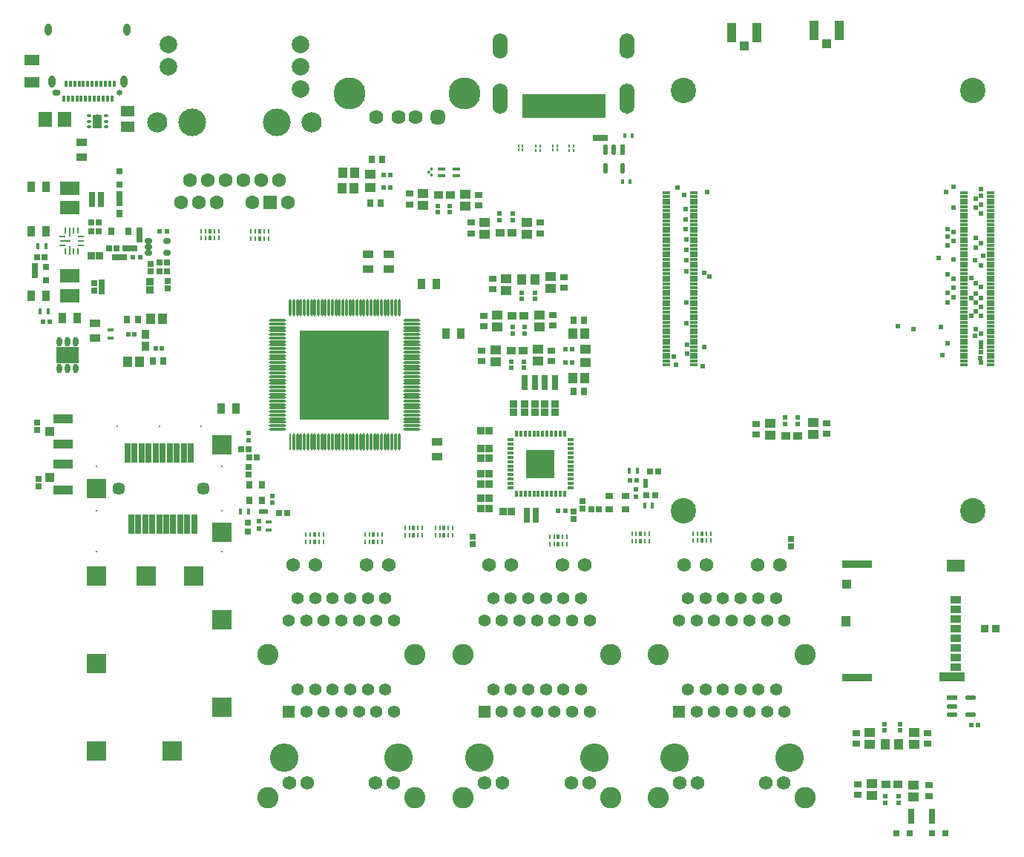
<source format=gts>
G04*
G04 #@! TF.GenerationSoftware,Altium Limited,Altium Designer,24.9.1 (31)*
G04*
G04 Layer_Color=8388736*
%FSLAX44Y44*%
%MOMM*%
G71*
G04*
G04 #@! TF.SameCoordinates,5CB356DA-BA5B-4781-A63E-117D8A58D640*
G04*
G04*
G04 #@! TF.FilePolarity,Negative*
G04*
G01*
G75*
%ADD28R,1.1061X0.9582*%
%ADD30R,0.9000X0.7500*%
G04:AMPARAMS|DCode=31|XSize=0.565mm|YSize=0.2mm|CornerRadius=0.05mm|HoleSize=0mm|Usage=FLASHONLY|Rotation=90.000|XOffset=0mm|YOffset=0mm|HoleType=Round|Shape=RoundedRectangle|*
%AMROUNDEDRECTD31*
21,1,0.5650,0.1000,0,0,90.0*
21,1,0.4650,0.2000,0,0,90.0*
1,1,0.1000,0.0500,0.2325*
1,1,0.1000,0.0500,-0.2325*
1,1,0.1000,-0.0500,-0.2325*
1,1,0.1000,-0.0500,0.2325*
%
%ADD31ROUNDEDRECTD31*%
%ADD32R,2.3062X1.5549*%
G04:AMPARAMS|DCode=33|XSize=0.2725mm|YSize=1.9552mm|CornerRadius=0.1362mm|HoleSize=0mm|Usage=FLASHONLY|Rotation=90.000|XOffset=0mm|YOffset=0mm|HoleType=Round|Shape=RoundedRectangle|*
%AMROUNDEDRECTD33*
21,1,0.2725,1.6828,0,0,90.0*
21,1,0.0000,1.9552,0,0,90.0*
1,1,0.2725,0.8414,0.0000*
1,1,0.2725,0.8414,0.0000*
1,1,0.2725,-0.8414,0.0000*
1,1,0.2725,-0.8414,0.0000*
%
%ADD33ROUNDEDRECTD33*%
G04:AMPARAMS|DCode=34|XSize=1.9552mm|YSize=0.2725mm|CornerRadius=0.1362mm|HoleSize=0mm|Usage=FLASHONLY|Rotation=90.000|XOffset=0mm|YOffset=0mm|HoleType=Round|Shape=RoundedRectangle|*
%AMROUNDEDRECTD34*
21,1,1.9552,0.0000,0,0,90.0*
21,1,1.6828,0.2725,0,0,90.0*
1,1,0.2725,0.0000,0.8414*
1,1,0.2725,0.0000,-0.8414*
1,1,0.2725,0.0000,-0.8414*
1,1,0.2725,0.0000,0.8414*
%
%ADD34ROUNDEDRECTD34*%
%ADD35R,0.2725X1.9552*%
%ADD38R,0.7500X0.9000*%
%ADD40R,0.9000X0.4000*%
%ADD42R,0.5811X0.5121*%
%ADD43R,0.4000X0.5000*%
%ADD44R,0.5200X0.5200*%
%ADD46R,0.5121X0.5811*%
%ADD48R,0.7000X0.2000*%
%ADD53R,0.5200X0.5200*%
G04:AMPARAMS|DCode=54|XSize=0.45mm|YSize=0.3mm|CornerRadius=0.0495mm|HoleSize=0mm|Usage=FLASHONLY|Rotation=180.000|XOffset=0mm|YOffset=0mm|HoleType=Round|Shape=RoundedRectangle|*
%AMROUNDEDRECTD54*
21,1,0.4500,0.2010,0,0,180.0*
21,1,0.3510,0.3000,0,0,180.0*
1,1,0.0990,-0.1755,0.1005*
1,1,0.0990,0.1755,0.1005*
1,1,0.0990,0.1755,-0.1005*
1,1,0.0990,-0.1755,-0.1005*
%
%ADD54ROUNDEDRECTD54*%
%ADD55R,0.9582X1.1061*%
G04:AMPARAMS|DCode=56|XSize=0.25mm|YSize=0.675mm|CornerRadius=0.05mm|HoleSize=0mm|Usage=FLASHONLY|Rotation=180.000|XOffset=0mm|YOffset=0mm|HoleType=Round|Shape=RoundedRectangle|*
%AMROUNDEDRECTD56*
21,1,0.2500,0.5750,0,0,180.0*
21,1,0.1500,0.6750,0,0,180.0*
1,1,0.1000,-0.0750,0.2875*
1,1,0.1000,0.0750,0.2875*
1,1,0.1000,0.0750,-0.2875*
1,1,0.1000,-0.0750,-0.2875*
%
%ADD56ROUNDEDRECTD56*%
G04:AMPARAMS|DCode=57|XSize=1.225mm|YSize=0.25mm|CornerRadius=0.05mm|HoleSize=0mm|Usage=FLASHONLY|Rotation=180.000|XOffset=0mm|YOffset=0mm|HoleType=Round|Shape=RoundedRectangle|*
%AMROUNDEDRECTD57*
21,1,1.2250,0.1500,0,0,180.0*
21,1,1.1250,0.2500,0,0,180.0*
1,1,0.1000,-0.5625,0.0750*
1,1,0.1000,0.5625,0.0750*
1,1,0.1000,0.5625,-0.0750*
1,1,0.1000,-0.5625,-0.0750*
%
%ADD57ROUNDEDRECTD57*%
G04:AMPARAMS|DCode=58|XSize=0.25mm|YSize=0.975mm|CornerRadius=0.05mm|HoleSize=0mm|Usage=FLASHONLY|Rotation=180.000|XOffset=0mm|YOffset=0mm|HoleType=Round|Shape=RoundedRectangle|*
%AMROUNDEDRECTD58*
21,1,0.2500,0.8750,0,0,180.0*
21,1,0.1500,0.9750,0,0,180.0*
1,1,0.1000,-0.0750,0.4375*
1,1,0.1000,0.0750,0.4375*
1,1,0.1000,0.0750,-0.4375*
1,1,0.1000,-0.0750,-0.4375*
%
%ADD58ROUNDEDRECTD58*%
G04:AMPARAMS|DCode=59|XSize=0.625mm|YSize=0.25mm|CornerRadius=0.05mm|HoleSize=0mm|Usage=FLASHONLY|Rotation=180.000|XOffset=0mm|YOffset=0mm|HoleType=Round|Shape=RoundedRectangle|*
%AMROUNDEDRECTD59*
21,1,0.6250,0.1500,0,0,180.0*
21,1,0.5250,0.2500,0,0,180.0*
1,1,0.1000,-0.2625,0.0750*
1,1,0.1000,0.2625,0.0750*
1,1,0.1000,0.2625,-0.0750*
1,1,0.1000,-0.2625,-0.0750*
%
%ADD59ROUNDEDRECTD59*%
%ADD61R,0.4500X0.6750*%
%ADD62R,1.6039X1.8062*%
%ADD65R,0.8000X0.8000*%
%ADD68R,0.6750X0.4500*%
%ADD69R,0.8000X0.9000*%
%ADD70R,1.7062X1.2034*%
%ADD76R,0.2300X0.3000*%
G04:AMPARAMS|DCode=77|XSize=1.2196mm|YSize=0.5885mm|CornerRadius=0.2942mm|HoleSize=0mm|Usage=FLASHONLY|Rotation=270.000|XOffset=0mm|YOffset=0mm|HoleType=Round|Shape=RoundedRectangle|*
%AMROUNDEDRECTD77*
21,1,1.2196,0.0000,0,0,270.0*
21,1,0.6311,0.5885,0,0,270.0*
1,1,0.5885,0.0000,-0.3156*
1,1,0.5885,0.0000,0.3156*
1,1,0.5885,0.0000,0.3156*
1,1,0.5885,0.0000,-0.3156*
%
%ADD77ROUNDEDRECTD77*%
%ADD78R,0.5885X1.2196*%
%ADD80R,0.6725X0.7154*%
%ADD81R,0.9000X0.8000*%
%ADD83R,0.7154X0.6725*%
%ADD84R,0.8000X0.8000*%
G04:AMPARAMS|DCode=91|XSize=1.2196mm|YSize=0.5885mm|CornerRadius=0.2942mm|HoleSize=0mm|Usage=FLASHONLY|Rotation=0.000|XOffset=0mm|YOffset=0mm|HoleType=Round|Shape=RoundedRectangle|*
%AMROUNDEDRECTD91*
21,1,1.2196,0.0000,0,0,0.0*
21,1,0.6311,0.5885,0,0,0.0*
1,1,0.5885,0.3156,0.0000*
1,1,0.5885,-0.3156,0.0000*
1,1,0.5885,-0.3156,0.0000*
1,1,0.5885,0.3156,0.0000*
%
%ADD91ROUNDEDRECTD91*%
%ADD92R,1.2196X0.5885*%
%ADD93R,0.5153X0.4725*%
%ADD94R,0.9051X0.9062*%
%ADD95R,0.3000X0.7000*%
%ADD97R,1.0000X1.0500*%
%ADD98R,1.0500X2.2000*%
%ADD99R,1.2032X1.0032*%
G04:AMPARAMS|DCode=100|XSize=0.565mm|YSize=0.4mm|CornerRadius=0.05mm|HoleSize=0mm|Usage=FLASHONLY|Rotation=90.000|XOffset=0mm|YOffset=0mm|HoleType=Round|Shape=RoundedRectangle|*
%AMROUNDEDRECTD100*
21,1,0.5650,0.3000,0,0,90.0*
21,1,0.4650,0.4000,0,0,90.0*
1,1,0.1000,0.1500,0.2325*
1,1,0.1000,0.1500,-0.2325*
1,1,0.1000,-0.1500,-0.2325*
1,1,0.1000,-0.1500,0.2325*
%
%ADD100ROUNDEDRECTD100*%
%ADD101R,2.2000X1.0500*%
%ADD102R,1.0500X1.0000*%
%ADD103R,10.1500X10.1500*%
%ADD104R,0.7032X0.4532*%
%ADD105R,0.4532X0.7032*%
%ADD106R,3.2032X3.2032*%
%ADD107R,0.4832X2.8032*%
%ADD108R,1.1032X1.2032*%
%ADD109R,1.2032X1.1032*%
%ADD110R,1.0032X1.2032*%
%ADD111R,0.9032X0.4032*%
%ADD112R,1.2532X0.8532*%
%ADD113R,0.8532X1.2532*%
%ADD114R,0.8032X0.7532*%
%ADD115R,0.7532X0.8032*%
G04:AMPARAMS|DCode=116|XSize=1mm|YSize=1.6mm|CornerRadius=0.05mm|HoleSize=0mm|Usage=FLASHONLY|Rotation=180.000|XOffset=0mm|YOffset=0mm|HoleType=Round|Shape=RoundedRectangle|*
%AMROUNDEDRECTD116*
21,1,1.0000,1.5000,0,0,180.0*
21,1,0.9000,1.6000,0,0,180.0*
1,1,0.1000,-0.4500,0.7500*
1,1,0.1000,0.4500,0.7500*
1,1,0.1000,0.4500,-0.7500*
1,1,0.1000,-0.4500,-0.7500*
%
%ADD116ROUNDEDRECTD116*%
%ADD117R,0.8032X0.8532*%
%ADD118R,0.7532X0.6532*%
%ADD119R,0.8532X0.8532*%
%ADD120R,2.6032X1.8532*%
%ADD121O,0.6032X1.1032*%
%ADD122R,1.5532X1.2032*%
G04:AMPARAMS|DCode=123|XSize=0.6032mm|YSize=0.8532mm|CornerRadius=0.1516mm|HoleSize=0mm|Usage=FLASHONLY|Rotation=90.000|XOffset=0mm|YOffset=0mm|HoleType=Round|Shape=RoundedRectangle|*
%AMROUNDEDRECTD123*
21,1,0.6032,0.5500,0,0,90.0*
21,1,0.3000,0.8532,0,0,90.0*
1,1,0.3032,0.2750,0.1500*
1,1,0.3032,0.2750,-0.1500*
1,1,0.3032,-0.2750,-0.1500*
1,1,0.3032,-0.2750,0.1500*
%
%ADD123ROUNDEDRECTD123*%
%ADD124R,0.8532X0.8032*%
%ADD125R,0.8532X0.9032*%
%ADD126R,0.9032X0.8532*%
%ADD127R,0.5032X0.5032*%
%ADD128R,0.5032X0.5032*%
%ADD129R,1.1332X1.1032*%
%ADD130R,0.9832X1.2532*%
%ADD131R,2.0332X1.3432*%
%ADD132R,3.5032X0.9032*%
%ADD133R,3.0032X1.0632*%
%ADD134R,1.3032X0.9032*%
%ADD135R,0.7032X2.2032*%
%ADD136O,1.7032X2.9032*%
%ADD137O,1.7032X3.5032*%
%ADD138C,3.2512*%
%ADD139C,2.4248*%
%ADD140C,1.5660*%
%ADD141R,1.3890X1.3890*%
%ADD142C,1.3890*%
%ADD143R,2.2032X2.2032*%
%ADD144C,0.2032*%
%ADD145C,2.9032*%
%ADD146C,1.6232*%
G04:AMPARAMS|DCode=147|XSize=1.6232mm|YSize=1.6232mm|CornerRadius=0.4566mm|HoleSize=0mm|Usage=FLASHONLY|Rotation=180.000|XOffset=0mm|YOffset=0mm|HoleType=Round|Shape=RoundedRectangle|*
%AMROUNDEDRECTD147*
21,1,1.6232,0.7100,0,0,180.0*
21,1,0.7100,1.6232,0,0,180.0*
1,1,0.9132,-0.3550,0.3550*
1,1,0.9132,0.3550,0.3550*
1,1,0.9132,0.3550,-0.3550*
1,1,0.9132,-0.3550,-0.3550*
%
%ADD147ROUNDEDRECTD147*%
%ADD148C,3.6532*%
G04:AMPARAMS|DCode=149|XSize=0.8mm|YSize=1.4mm|CornerRadius=0.4mm|HoleSize=0mm|Usage=FLASHONLY|Rotation=180.000|XOffset=0mm|YOffset=0mm|HoleType=Round|Shape=RoundedRectangle|*
%AMROUNDEDRECTD149*
21,1,0.8000,0.6000,0,0,180.0*
21,1,0.0000,1.4000,0,0,180.0*
1,1,0.8000,0.0000,0.3000*
1,1,0.8000,0.0000,0.3000*
1,1,0.8000,0.0000,-0.3000*
1,1,0.8000,0.0000,-0.3000*
%
%ADD149ROUNDEDRECTD149*%
G04:AMPARAMS|DCode=150|XSize=0.95mm|YSize=0.65mm|CornerRadius=0.325mm|HoleSize=0mm|Usage=FLASHONLY|Rotation=180.000|XOffset=0mm|YOffset=0mm|HoleType=Round|Shape=RoundedRectangle|*
%AMROUNDEDRECTD150*
21,1,0.9500,0.0000,0,0,180.0*
21,1,0.3000,0.6500,0,0,180.0*
1,1,0.6500,-0.1500,0.0000*
1,1,0.6500,0.1500,0.0000*
1,1,0.6500,0.1500,0.0000*
1,1,0.6500,-0.1500,0.0000*
%
%ADD150ROUNDEDRECTD150*%
%ADD151C,0.6500*%
%ADD152C,1.6032*%
%ADD153R,1.6032X1.6032*%
%ADD154C,2.3032*%
%ADD155C,2.0032*%
%ADD156C,3.1532*%
%ADD157C,1.4532*%
%ADD158C,0.6096*%
%ADD159C,0.5032*%
%ADD160C,0.5000*%
%ADD161C,0.7032*%
G36*
X473195Y777104D02*
X474195D01*
X474394D01*
X474762Y776952D01*
X475043Y776671D01*
X475195Y776303D01*
Y776105D01*
D01*
Y775105D01*
Y774906D01*
X475043Y774538D01*
X474762Y774257D01*
X474394Y774105D01*
X474195D01*
D01*
X473195D01*
X472996D01*
X472629Y774257D01*
X472347Y774538D01*
X472195Y774906D01*
Y775105D01*
D01*
Y776105D01*
Y776303D01*
X472347Y776671D01*
X472629Y776952D01*
X472996Y777104D01*
X473195D01*
D01*
D02*
G37*
G36*
X471195Y777505D02*
X470195D01*
X469996D01*
X469629Y777657D01*
X469347Y777938D01*
X469195Y778306D01*
Y778504D01*
D01*
Y779504D01*
Y779703D01*
X469347Y780071D01*
X469629Y780352D01*
X469996Y780505D01*
X470195D01*
D01*
X471195D01*
X471394D01*
X471762Y780352D01*
X472043Y780071D01*
X472195Y779703D01*
Y779504D01*
D01*
Y778504D01*
Y778306D01*
X472043Y777938D01*
X471762Y777657D01*
X471394Y777505D01*
X471195D01*
D01*
D02*
G37*
G36*
X473195Y780904D02*
X472996D01*
X472629Y781057D01*
X472347Y781338D01*
X472195Y781706D01*
Y781905D01*
D01*
Y782905D01*
Y783103D01*
X472347Y783471D01*
X472629Y783752D01*
X472996Y783904D01*
X473195D01*
D01*
X474195D01*
X474394D01*
X474762Y783752D01*
X475043Y783471D01*
X475195Y783103D01*
Y782905D01*
D01*
Y781905D01*
Y781706D01*
X475043Y781338D01*
X474762Y781057D01*
X474394Y780904D01*
X474195D01*
D01*
X473195D01*
D02*
G37*
D28*
X566030Y614835D02*
D03*
X579552D02*
D03*
X564739Y575310D02*
D03*
X578261D02*
D03*
X552039Y709930D02*
D03*
X565561D02*
D03*
X481778Y753110D02*
D03*
X495300D02*
D03*
X878429Y477365D02*
D03*
X891951D02*
D03*
X992729Y80010D02*
D03*
X1006251D02*
D03*
D30*
X527909Y752760D02*
D03*
Y740760D02*
D03*
X624960Y658780D02*
D03*
Y646780D02*
D03*
X543680Y657160D02*
D03*
Y645160D02*
D03*
X530860Y562960D02*
D03*
Y574960D02*
D03*
X610870Y562960D02*
D03*
Y574960D02*
D03*
X519430Y721010D02*
D03*
Y709010D02*
D03*
X598170Y721010D02*
D03*
Y709010D02*
D03*
X449169Y742030D02*
D03*
Y754030D02*
D03*
X844550Y490985D02*
D03*
Y478985D02*
D03*
X924560Y492255D02*
D03*
Y480255D02*
D03*
X958730Y138080D02*
D03*
Y126080D02*
D03*
X1040010Y138080D02*
D03*
Y126080D02*
D03*
X960120Y67660D02*
D03*
Y79660D02*
D03*
X1041400Y66390D02*
D03*
Y78390D02*
D03*
X612161Y603755D02*
D03*
Y615755D02*
D03*
X533421Y602485D02*
D03*
Y614485D02*
D03*
D31*
X330360Y356505D02*
D03*
X335360D02*
D03*
X345360D02*
D03*
X350360D02*
D03*
Y364855D02*
D03*
X345360D02*
D03*
X335360D02*
D03*
X330360D02*
D03*
X230980Y711565D02*
D03*
X225980D02*
D03*
X215980D02*
D03*
X210980D02*
D03*
Y703215D02*
D03*
X215980D02*
D03*
X225980D02*
D03*
X230980D02*
D03*
X722390Y365760D02*
D03*
X717390D02*
D03*
X707390D02*
D03*
X702390D02*
D03*
Y357410D02*
D03*
X707390D02*
D03*
X717390D02*
D03*
X722390D02*
D03*
X772320Y357775D02*
D03*
X777320D02*
D03*
X787320D02*
D03*
X792320D02*
D03*
Y366125D02*
D03*
X787320D02*
D03*
X777320D02*
D03*
X772320D02*
D03*
X608490Y353965D02*
D03*
X613490D02*
D03*
X623490D02*
D03*
X628490D02*
D03*
Y362315D02*
D03*
X623490D02*
D03*
X613490D02*
D03*
X608490D02*
D03*
X443390Y364125D02*
D03*
X448390D02*
D03*
X458390D02*
D03*
X463390D02*
D03*
Y372475D02*
D03*
X458390D02*
D03*
X448390D02*
D03*
X443390D02*
D03*
X478148Y364014D02*
D03*
X483148D02*
D03*
X493148D02*
D03*
X498148D02*
D03*
Y372364D02*
D03*
X493148D02*
D03*
X483148D02*
D03*
X478148D02*
D03*
X397670Y356505D02*
D03*
X402670D02*
D03*
X412670D02*
D03*
X417670D02*
D03*
Y364855D02*
D03*
X412670D02*
D03*
X402670D02*
D03*
X397670D02*
D03*
X287986Y702572D02*
D03*
X282986D02*
D03*
X272986D02*
D03*
X267986D02*
D03*
Y710922D02*
D03*
X272986D02*
D03*
X282986D02*
D03*
X287986D02*
D03*
D32*
X60960Y738044D02*
D03*
Y760556D02*
D03*
Y637714D02*
D03*
Y660227D02*
D03*
D33*
X297895Y485370D02*
D03*
Y489370D02*
D03*
Y493370D02*
D03*
Y497370D02*
D03*
Y501370D02*
D03*
Y505370D02*
D03*
Y509370D02*
D03*
Y513370D02*
D03*
Y517370D02*
D03*
Y521370D02*
D03*
Y525370D02*
D03*
Y529370D02*
D03*
Y533370D02*
D03*
Y537370D02*
D03*
Y541370D02*
D03*
Y545370D02*
D03*
Y549370D02*
D03*
Y553370D02*
D03*
Y557370D02*
D03*
Y561370D02*
D03*
Y565370D02*
D03*
Y569370D02*
D03*
Y573370D02*
D03*
Y577370D02*
D03*
Y581370D02*
D03*
Y585370D02*
D03*
Y589370D02*
D03*
Y593370D02*
D03*
Y597370D02*
D03*
Y601370D02*
D03*
Y605370D02*
D03*
Y609370D02*
D03*
X451405D02*
D03*
Y605370D02*
D03*
Y601370D02*
D03*
Y597370D02*
D03*
Y593370D02*
D03*
Y589370D02*
D03*
Y585370D02*
D03*
Y581370D02*
D03*
Y577370D02*
D03*
Y573370D02*
D03*
Y569370D02*
D03*
Y565370D02*
D03*
Y561370D02*
D03*
Y557370D02*
D03*
Y553370D02*
D03*
Y549370D02*
D03*
Y545370D02*
D03*
Y541370D02*
D03*
Y537370D02*
D03*
Y533370D02*
D03*
Y529370D02*
D03*
Y525370D02*
D03*
Y521370D02*
D03*
Y517370D02*
D03*
Y513370D02*
D03*
Y509370D02*
D03*
Y505370D02*
D03*
Y501370D02*
D03*
Y497370D02*
D03*
Y493370D02*
D03*
Y489370D02*
D03*
Y485370D02*
D03*
D34*
X312650Y624125D02*
D03*
X316650D02*
D03*
X320650D02*
D03*
X324650D02*
D03*
X328650D02*
D03*
X332650D02*
D03*
X336650D02*
D03*
X340650D02*
D03*
X344650D02*
D03*
X348650D02*
D03*
X352650D02*
D03*
X356650D02*
D03*
X360650D02*
D03*
X364650D02*
D03*
X368650D02*
D03*
X372650D02*
D03*
X376650D02*
D03*
X380650D02*
D03*
X384650D02*
D03*
X388650D02*
D03*
X392650D02*
D03*
X396650D02*
D03*
X400650D02*
D03*
X404650D02*
D03*
X408650D02*
D03*
X412650D02*
D03*
X416650D02*
D03*
X420650D02*
D03*
X424650D02*
D03*
X428650D02*
D03*
X432650D02*
D03*
X436650D02*
D03*
Y470615D02*
D03*
X432650D02*
D03*
X428650D02*
D03*
X424650D02*
D03*
X420650D02*
D03*
X416650D02*
D03*
X412650D02*
D03*
X408650D02*
D03*
X404650D02*
D03*
X400650D02*
D03*
X396650D02*
D03*
X392650D02*
D03*
X388650D02*
D03*
X384650D02*
D03*
X380650D02*
D03*
X376650D02*
D03*
X372650D02*
D03*
X368650D02*
D03*
X364650D02*
D03*
X360650D02*
D03*
X356650D02*
D03*
X352650D02*
D03*
X348650D02*
D03*
X344650D02*
D03*
X340650D02*
D03*
X336650D02*
D03*
X332650D02*
D03*
X328650D02*
D03*
X324650D02*
D03*
X320650D02*
D03*
X316650D02*
D03*
D35*
X312650D02*
D03*
D38*
X647680Y609600D02*
D03*
X635680D02*
D03*
X405320Y792977D02*
D03*
X417320D02*
D03*
X404050Y743447D02*
D03*
X416050D02*
D03*
X126540Y610399D02*
D03*
X138540D02*
D03*
X167750Y563409D02*
D03*
X155750D02*
D03*
X635680Y528320D02*
D03*
X647680D02*
D03*
D40*
X485140Y774700D02*
D03*
X502140D02*
D03*
Y782700D02*
D03*
X485140D02*
D03*
D42*
X419175Y775316D02*
D03*
X426485D02*
D03*
X419175Y761347D02*
D03*
X426485D02*
D03*
X127615Y593889D02*
D03*
X134925D02*
D03*
X166190Y577883D02*
D03*
X158879D02*
D03*
X626595Y561340D02*
D03*
X633905D02*
D03*
X626595Y576580D02*
D03*
X633905D02*
D03*
D43*
X699960Y768350D02*
D03*
X691960D02*
D03*
X702690Y820420D02*
D03*
X694690D02*
D03*
D44*
X707341Y408403D02*
D03*
Y416403D02*
D03*
X265409Y480832D02*
D03*
Y472832D02*
D03*
X276860Y371920D02*
D03*
Y379920D02*
D03*
X292100Y409320D02*
D03*
Y401320D02*
D03*
D46*
X576700Y641195D02*
D03*
Y633885D02*
D03*
X591940Y641195D02*
D03*
Y633885D02*
D03*
X565150Y555145D02*
D03*
Y562455D02*
D03*
X579120Y555145D02*
D03*
Y562455D02*
D03*
X551180Y731365D02*
D03*
Y724055D02*
D03*
X566420Y731365D02*
D03*
Y724055D02*
D03*
X480919Y732945D02*
D03*
Y740255D02*
D03*
X494889Y732945D02*
D03*
Y740255D02*
D03*
X877570Y498801D02*
D03*
Y491490D02*
D03*
X891540Y498801D02*
D03*
Y491490D02*
D03*
X990480Y148435D02*
D03*
Y141125D02*
D03*
X1008260Y148435D02*
D03*
Y141125D02*
D03*
X991870Y58575D02*
D03*
Y65885D02*
D03*
X1007110Y58575D02*
D03*
Y65885D02*
D03*
X580411Y594669D02*
D03*
Y601980D02*
D03*
X566441Y594669D02*
D03*
Y601980D02*
D03*
D48*
X1081186Y755034D02*
D03*
Y751034D02*
D03*
Y747034D02*
D03*
Y743034D02*
D03*
Y739034D02*
D03*
Y735034D02*
D03*
Y731034D02*
D03*
Y727034D02*
D03*
Y723034D02*
D03*
Y719034D02*
D03*
Y715034D02*
D03*
Y711034D02*
D03*
Y707034D02*
D03*
Y703034D02*
D03*
Y699034D02*
D03*
Y695034D02*
D03*
Y691034D02*
D03*
Y687034D02*
D03*
Y683034D02*
D03*
Y679034D02*
D03*
Y675034D02*
D03*
Y671034D02*
D03*
Y667034D02*
D03*
Y663034D02*
D03*
Y659034D02*
D03*
Y655034D02*
D03*
Y651034D02*
D03*
Y647034D02*
D03*
Y643034D02*
D03*
Y639034D02*
D03*
Y635034D02*
D03*
Y631034D02*
D03*
Y627034D02*
D03*
Y623034D02*
D03*
Y619034D02*
D03*
Y615034D02*
D03*
Y611034D02*
D03*
Y607034D02*
D03*
Y603034D02*
D03*
Y599034D02*
D03*
Y595034D02*
D03*
Y591034D02*
D03*
Y587034D02*
D03*
Y583034D02*
D03*
Y579034D02*
D03*
Y575034D02*
D03*
Y571034D02*
D03*
Y567034D02*
D03*
Y563034D02*
D03*
Y559034D02*
D03*
X1111986Y755034D02*
D03*
Y751034D02*
D03*
Y747034D02*
D03*
Y743034D02*
D03*
Y739034D02*
D03*
Y735034D02*
D03*
Y731034D02*
D03*
Y727034D02*
D03*
Y723034D02*
D03*
Y719034D02*
D03*
Y715034D02*
D03*
Y711034D02*
D03*
Y707034D02*
D03*
Y703034D02*
D03*
Y699034D02*
D03*
Y695034D02*
D03*
Y691034D02*
D03*
Y687034D02*
D03*
Y683034D02*
D03*
Y679034D02*
D03*
Y675034D02*
D03*
Y671034D02*
D03*
Y667034D02*
D03*
Y663034D02*
D03*
Y659034D02*
D03*
Y655034D02*
D03*
Y651034D02*
D03*
Y647034D02*
D03*
Y643034D02*
D03*
Y639034D02*
D03*
Y635034D02*
D03*
Y631034D02*
D03*
Y627034D02*
D03*
Y623034D02*
D03*
Y619034D02*
D03*
Y615034D02*
D03*
Y611034D02*
D03*
Y607034D02*
D03*
Y603034D02*
D03*
Y599034D02*
D03*
Y595034D02*
D03*
Y591034D02*
D03*
Y587034D02*
D03*
Y583034D02*
D03*
Y579034D02*
D03*
Y575034D02*
D03*
Y571034D02*
D03*
Y567034D02*
D03*
Y563034D02*
D03*
Y559034D02*
D03*
X741986Y755034D02*
D03*
Y751034D02*
D03*
Y747034D02*
D03*
Y743034D02*
D03*
Y739034D02*
D03*
Y735034D02*
D03*
Y731034D02*
D03*
Y727034D02*
D03*
Y723034D02*
D03*
Y719034D02*
D03*
Y715034D02*
D03*
Y711034D02*
D03*
Y707034D02*
D03*
Y703034D02*
D03*
Y699034D02*
D03*
Y695034D02*
D03*
Y691034D02*
D03*
Y687034D02*
D03*
Y683034D02*
D03*
Y679034D02*
D03*
Y675034D02*
D03*
Y671034D02*
D03*
Y667034D02*
D03*
Y663034D02*
D03*
Y659034D02*
D03*
Y655034D02*
D03*
Y651034D02*
D03*
Y647034D02*
D03*
Y643034D02*
D03*
Y639034D02*
D03*
Y635034D02*
D03*
Y631034D02*
D03*
Y627034D02*
D03*
Y623034D02*
D03*
Y619034D02*
D03*
Y615034D02*
D03*
Y611034D02*
D03*
Y607034D02*
D03*
Y603034D02*
D03*
Y599034D02*
D03*
Y595034D02*
D03*
Y591034D02*
D03*
Y587034D02*
D03*
Y583034D02*
D03*
Y579034D02*
D03*
Y575034D02*
D03*
Y571034D02*
D03*
Y567034D02*
D03*
Y563034D02*
D03*
Y559034D02*
D03*
X772786Y755034D02*
D03*
Y751034D02*
D03*
Y747034D02*
D03*
Y743034D02*
D03*
Y739034D02*
D03*
Y735034D02*
D03*
Y731034D02*
D03*
Y727034D02*
D03*
Y723034D02*
D03*
Y719034D02*
D03*
Y715034D02*
D03*
Y711034D02*
D03*
Y707034D02*
D03*
Y703034D02*
D03*
Y699034D02*
D03*
Y695034D02*
D03*
Y691034D02*
D03*
Y687034D02*
D03*
Y683034D02*
D03*
Y679034D02*
D03*
Y675034D02*
D03*
Y671034D02*
D03*
Y667034D02*
D03*
Y663034D02*
D03*
Y659034D02*
D03*
Y655034D02*
D03*
Y651034D02*
D03*
Y647034D02*
D03*
Y643034D02*
D03*
Y639034D02*
D03*
Y635034D02*
D03*
Y631034D02*
D03*
Y627034D02*
D03*
Y623034D02*
D03*
Y619034D02*
D03*
Y615034D02*
D03*
Y611034D02*
D03*
Y607034D02*
D03*
Y603034D02*
D03*
Y599034D02*
D03*
Y595034D02*
D03*
Y591034D02*
D03*
Y587034D02*
D03*
Y583034D02*
D03*
Y579034D02*
D03*
Y575034D02*
D03*
Y571034D02*
D03*
Y567034D02*
D03*
Y563034D02*
D03*
Y559034D02*
D03*
D53*
X618300Y392430D02*
D03*
X626300D02*
D03*
X30290Y608330D02*
D03*
X38290D02*
D03*
X163640Y711200D02*
D03*
X171640D02*
D03*
X141160Y681990D02*
D03*
X133160D02*
D03*
X699840Y426920D02*
D03*
X707840D02*
D03*
D54*
X82960Y830430D02*
D03*
Y836930D02*
D03*
Y843430D02*
D03*
X102460D02*
D03*
Y836930D02*
D03*
Y830430D02*
D03*
D55*
X147597Y593535D02*
D03*
Y580014D02*
D03*
D56*
X70652Y687980D02*
D03*
X65652D02*
D03*
X55652D02*
D03*
Y712230D02*
D03*
X65652D02*
D03*
X70652D02*
D03*
D57*
X55777Y700105D02*
D03*
D58*
X60652Y689480D02*
D03*
Y710730D02*
D03*
D59*
X52777Y695105D02*
D03*
Y705105D02*
D03*
X73527D02*
D03*
Y700105D02*
D03*
Y695105D02*
D03*
D61*
X24585Y694690D02*
D03*
X33835D02*
D03*
X27125Y619760D02*
D03*
X36375D02*
D03*
X255725Y391160D02*
D03*
X264975D02*
D03*
X726056Y398058D02*
D03*
X716806D02*
D03*
X699770Y438150D02*
D03*
X709020D02*
D03*
D62*
X33439Y839470D02*
D03*
X55461D02*
D03*
D65*
X118110Y779660D02*
D03*
Y764660D02*
D03*
X34290Y655440D02*
D03*
Y670440D02*
D03*
D68*
X107950Y598985D02*
D03*
Y589735D02*
D03*
X288290Y370025D02*
D03*
Y379275D02*
D03*
D69*
X118110Y731360D02*
D03*
X127610Y711360D02*
D03*
X108610D02*
D03*
X265800Y403500D02*
D03*
Y422000D02*
D03*
X280300D02*
D03*
Y403500D02*
D03*
D70*
X17780Y907084D02*
D03*
Y881076D02*
D03*
D76*
X572880Y808991D02*
D03*
Y803992D02*
D03*
X577680D02*
D03*
Y808991D02*
D03*
X593090Y808910D02*
D03*
Y803910D02*
D03*
X597890D02*
D03*
Y808910D02*
D03*
X612420Y808990D02*
D03*
Y803990D02*
D03*
X617220D02*
D03*
Y808990D02*
D03*
X631190Y808910D02*
D03*
Y803910D02*
D03*
X635990D02*
D03*
Y808910D02*
D03*
D77*
X691385Y783318D02*
D03*
X672595D02*
D03*
Y804182D02*
D03*
X681990D02*
D03*
D78*
X691385D02*
D03*
D80*
X264160Y368594D02*
D03*
Y378166D02*
D03*
D81*
X695050Y394070D02*
D03*
X676550D02*
D03*
Y408570D02*
D03*
X695050D02*
D03*
D83*
X728686Y410210D02*
D03*
X719114D02*
D03*
X732496Y436880D02*
D03*
X722924D02*
D03*
X309291Y389890D02*
D03*
X299720D02*
D03*
D84*
X1060020Y23969D02*
D03*
X1045020D02*
D03*
X1004380D02*
D03*
X1019380D02*
D03*
D91*
X1088662Y178305D02*
D03*
Y159515D02*
D03*
X1067798D02*
D03*
Y168910D02*
D03*
D92*
Y178305D02*
D03*
D93*
X1097231Y147320D02*
D03*
X1089660D02*
D03*
D94*
X1117256Y257810D02*
D03*
X1105244D02*
D03*
D95*
X111600Y880110D02*
D03*
X106600D02*
D03*
X101600D02*
D03*
X96600D02*
D03*
X91600D02*
D03*
X86600D02*
D03*
X81600D02*
D03*
X76600D02*
D03*
X71600D02*
D03*
X66600D02*
D03*
X61600D02*
D03*
X56600D02*
D03*
X54100Y863110D02*
D03*
X59100D02*
D03*
X64100D02*
D03*
X69100D02*
D03*
X74100D02*
D03*
X79100D02*
D03*
X84100D02*
D03*
X89100D02*
D03*
X94100D02*
D03*
X99100D02*
D03*
X104100D02*
D03*
X109100D02*
D03*
D97*
X830580Y923280D02*
D03*
X924560Y925830D02*
D03*
D98*
X815830Y938530D02*
D03*
X845330D02*
D03*
X909810Y941080D02*
D03*
X939310D02*
D03*
D99*
X403780Y776467D02*
D03*
Y761467D02*
D03*
X649300Y576460D02*
D03*
Y561460D02*
D03*
D100*
X340360Y356505D02*
D03*
Y364855D02*
D03*
X220980Y711565D02*
D03*
Y703215D02*
D03*
X712390Y365760D02*
D03*
Y357410D02*
D03*
X782320Y357775D02*
D03*
Y366125D02*
D03*
X618490Y353965D02*
D03*
Y362315D02*
D03*
X453390Y364125D02*
D03*
Y372475D02*
D03*
X488148Y364014D02*
D03*
Y372364D02*
D03*
X407670Y356505D02*
D03*
Y364855D02*
D03*
X277986Y702572D02*
D03*
Y710922D02*
D03*
D101*
X53340Y467850D02*
D03*
Y497350D02*
D03*
Y445280D02*
D03*
Y415780D02*
D03*
D102*
X38090Y482600D02*
D03*
Y430530D02*
D03*
D103*
X374650Y547370D02*
D03*
D104*
X632170Y418270D02*
D03*
Y423270D02*
D03*
Y428270D02*
D03*
Y433270D02*
D03*
Y438270D02*
D03*
Y443270D02*
D03*
Y448270D02*
D03*
Y453270D02*
D03*
Y458270D02*
D03*
Y463270D02*
D03*
Y468270D02*
D03*
Y473270D02*
D03*
X564170D02*
D03*
Y468270D02*
D03*
Y458270D02*
D03*
Y463270D02*
D03*
Y453270D02*
D03*
Y448270D02*
D03*
Y443270D02*
D03*
Y438270D02*
D03*
Y428270D02*
D03*
Y433270D02*
D03*
Y423270D02*
D03*
Y418270D02*
D03*
D105*
X625670Y479770D02*
D03*
X620670D02*
D03*
X615670D02*
D03*
X610670D02*
D03*
X605670D02*
D03*
X600670D02*
D03*
X595670D02*
D03*
X590670D02*
D03*
X585670D02*
D03*
X580670D02*
D03*
X575670D02*
D03*
X570670D02*
D03*
Y411770D02*
D03*
X575670D02*
D03*
X580670D02*
D03*
X585670D02*
D03*
X590670D02*
D03*
X595670D02*
D03*
X600670D02*
D03*
X605670D02*
D03*
X610670D02*
D03*
X615670D02*
D03*
X620670D02*
D03*
X625670D02*
D03*
D106*
X598170Y445770D02*
D03*
D107*
X579760Y854710D02*
D03*
X584760D02*
D03*
X589760D02*
D03*
X594760D02*
D03*
X599760D02*
D03*
X604760D02*
D03*
X609760D02*
D03*
X614760D02*
D03*
X619760D02*
D03*
X624760D02*
D03*
X629760D02*
D03*
X634760D02*
D03*
X639760D02*
D03*
X644760D02*
D03*
X649760D02*
D03*
X654760D02*
D03*
X659760D02*
D03*
X664760D02*
D03*
X669760D02*
D03*
D108*
X372820Y777737D02*
D03*
X386320D02*
D03*
X371550Y759957D02*
D03*
X385050D02*
D03*
X153114Y611494D02*
D03*
X166614D02*
D03*
X140560Y562139D02*
D03*
X127060D02*
D03*
X648430Y543560D02*
D03*
X634930D02*
D03*
X648430Y594360D02*
D03*
X634930D02*
D03*
D109*
X609720Y646030D02*
D03*
Y659530D02*
D03*
X558920Y643890D02*
D03*
Y657390D02*
D03*
X547370Y575710D02*
D03*
Y562210D02*
D03*
X595630Y576580D02*
D03*
Y563080D02*
D03*
X534670Y708260D02*
D03*
Y721760D02*
D03*
X582930Y708260D02*
D03*
Y721760D02*
D03*
X464409Y754780D02*
D03*
Y741280D02*
D03*
X512669Y753510D02*
D03*
Y740010D02*
D03*
X860438Y478785D02*
D03*
Y492285D02*
D03*
X909320Y479505D02*
D03*
Y493005D02*
D03*
X973970Y125330D02*
D03*
Y138830D02*
D03*
X1024770Y125330D02*
D03*
Y138830D02*
D03*
X976630Y80410D02*
D03*
Y66910D02*
D03*
X1023620Y79140D02*
D03*
Y65640D02*
D03*
X596921Y615235D02*
D03*
Y601735D02*
D03*
X548661Y615235D02*
D03*
Y601735D02*
D03*
D110*
X576820Y656590D02*
D03*
X591820D02*
D03*
X1006870Y125730D02*
D03*
X991870D02*
D03*
D111*
X1111986Y559034D02*
D03*
X1081186D02*
D03*
X1111986Y563034D02*
D03*
X1081186D02*
D03*
X1111986Y567034D02*
D03*
X1081186D02*
D03*
X1111986Y571034D02*
D03*
X1081186D02*
D03*
X1111986Y575034D02*
D03*
X1081186D02*
D03*
X1111986Y579034D02*
D03*
X1081186D02*
D03*
X1111986Y583034D02*
D03*
X1081186D02*
D03*
X1111986Y587034D02*
D03*
X1081186D02*
D03*
X1111986Y591034D02*
D03*
X1081186D02*
D03*
X1111986Y595034D02*
D03*
X1081186D02*
D03*
X1111986Y599034D02*
D03*
X1081186D02*
D03*
X1111986Y603034D02*
D03*
X1081186D02*
D03*
X1111986Y607034D02*
D03*
X1081186D02*
D03*
X1111986Y611034D02*
D03*
X1081186D02*
D03*
X1111986Y615034D02*
D03*
X1081186D02*
D03*
X1111986Y619034D02*
D03*
X1081186D02*
D03*
X1111986Y623034D02*
D03*
X1081186D02*
D03*
X1111986Y627034D02*
D03*
X1081186D02*
D03*
X1111986Y631034D02*
D03*
X1081186D02*
D03*
X1111986Y635034D02*
D03*
X1081186D02*
D03*
X1111986Y639034D02*
D03*
X1081186D02*
D03*
X1111986Y643034D02*
D03*
X1081186D02*
D03*
X1111986Y647034D02*
D03*
X1081186D02*
D03*
X1111986Y651034D02*
D03*
X1081186D02*
D03*
X1111986Y655034D02*
D03*
X1081186D02*
D03*
X1111986Y659034D02*
D03*
X1081186D02*
D03*
X1111986Y663034D02*
D03*
X1081186D02*
D03*
X1111986Y667034D02*
D03*
X1081186D02*
D03*
X1111986Y671034D02*
D03*
X1081186D02*
D03*
X1111986Y675034D02*
D03*
X1081186D02*
D03*
X1111986Y679034D02*
D03*
X1081186D02*
D03*
X1111986Y683034D02*
D03*
X1081186D02*
D03*
X1111986Y687034D02*
D03*
X1081186D02*
D03*
X1111986Y691034D02*
D03*
X1081186D02*
D03*
X1111986Y695034D02*
D03*
X1081186D02*
D03*
X1111986Y699034D02*
D03*
X1081186D02*
D03*
X1111986Y703034D02*
D03*
X1081186D02*
D03*
X1111986Y707034D02*
D03*
X1081186D02*
D03*
X1111986Y711034D02*
D03*
X1081186D02*
D03*
X1111986Y715034D02*
D03*
X1081186D02*
D03*
X1111986Y719034D02*
D03*
X1081186D02*
D03*
X1111986Y723034D02*
D03*
X1081186D02*
D03*
X1111986Y727034D02*
D03*
X1081186D02*
D03*
X1111986Y731034D02*
D03*
X1081186D02*
D03*
X1111986Y735034D02*
D03*
X1081186D02*
D03*
X1111986Y739034D02*
D03*
X1081186D02*
D03*
X1111986Y743034D02*
D03*
X1081186D02*
D03*
X1111986Y747034D02*
D03*
X1081186D02*
D03*
X1111986Y751034D02*
D03*
X1081186D02*
D03*
X1111986Y755034D02*
D03*
X1081186D02*
D03*
X772786Y559034D02*
D03*
X741986D02*
D03*
X772786Y563034D02*
D03*
X741986D02*
D03*
X772786Y567034D02*
D03*
X741986D02*
D03*
X772786Y571034D02*
D03*
X741986D02*
D03*
X772786Y575034D02*
D03*
X741986D02*
D03*
X772786Y579034D02*
D03*
X741986D02*
D03*
X772786Y583034D02*
D03*
X741986D02*
D03*
X772786Y587034D02*
D03*
X741986D02*
D03*
X772786Y591034D02*
D03*
X741986D02*
D03*
X772786Y595034D02*
D03*
X741986D02*
D03*
X772786Y599034D02*
D03*
X741986D02*
D03*
X772786Y603034D02*
D03*
X741986D02*
D03*
X772786Y607034D02*
D03*
X741986D02*
D03*
X772786Y611034D02*
D03*
X741986D02*
D03*
X772786Y615034D02*
D03*
X741986D02*
D03*
X772786Y619034D02*
D03*
X741986D02*
D03*
X772786Y623034D02*
D03*
X741986D02*
D03*
X772786Y627034D02*
D03*
X741986D02*
D03*
X772786Y631034D02*
D03*
X741986D02*
D03*
X772786Y635034D02*
D03*
X741986D02*
D03*
X772786Y639034D02*
D03*
X741986D02*
D03*
X772786Y643034D02*
D03*
X741986D02*
D03*
X772786Y647034D02*
D03*
X741986D02*
D03*
X772786Y651034D02*
D03*
X741986D02*
D03*
X772786Y655034D02*
D03*
X741986D02*
D03*
X772786Y659034D02*
D03*
X741986D02*
D03*
X772786Y663034D02*
D03*
X741986D02*
D03*
X772786Y667034D02*
D03*
X741986D02*
D03*
X772786Y671034D02*
D03*
X741986D02*
D03*
X772786Y675034D02*
D03*
X741986D02*
D03*
X772786Y679034D02*
D03*
X741986D02*
D03*
X772786Y683034D02*
D03*
X741986D02*
D03*
X772786Y687034D02*
D03*
X741986D02*
D03*
X772786Y691034D02*
D03*
X741986D02*
D03*
X772786Y695034D02*
D03*
X741986D02*
D03*
X772786Y699034D02*
D03*
X741986D02*
D03*
X772786Y703034D02*
D03*
X741986D02*
D03*
X772786Y707034D02*
D03*
X741986D02*
D03*
X772786Y711034D02*
D03*
X741986D02*
D03*
X772786Y715034D02*
D03*
X741986D02*
D03*
X772786Y719034D02*
D03*
X741986D02*
D03*
X772786Y723034D02*
D03*
X741986D02*
D03*
X772786Y727034D02*
D03*
X741986D02*
D03*
X772786Y731034D02*
D03*
X741986D02*
D03*
X772786Y735034D02*
D03*
X741986D02*
D03*
X772786Y739034D02*
D03*
X741986D02*
D03*
X772786Y743034D02*
D03*
X741986D02*
D03*
X772786Y747034D02*
D03*
X741986D02*
D03*
X772786Y751034D02*
D03*
X741986D02*
D03*
X772786Y755034D02*
D03*
X741986D02*
D03*
D112*
X480060Y470780D02*
D03*
Y453780D02*
D03*
X425450Y668410D02*
D03*
Y685410D02*
D03*
X401320Y668020D02*
D03*
Y685020D02*
D03*
X74930Y812580D02*
D03*
Y795580D02*
D03*
X90170Y589670D02*
D03*
Y606670D02*
D03*
D113*
X251070Y509270D02*
D03*
X234070D02*
D03*
X462670Y651510D02*
D03*
X479670D02*
D03*
X490610Y594360D02*
D03*
X507610D02*
D03*
X33900Y711200D02*
D03*
X16900D02*
D03*
X33900Y762000D02*
D03*
X16900D02*
D03*
X33900Y637540D02*
D03*
X16900D02*
D03*
X52460Y612140D02*
D03*
X69460D02*
D03*
D114*
X265913Y453021D02*
D03*
X274413D02*
D03*
X256763Y462710D02*
D03*
X265263D02*
D03*
X85920Y711200D02*
D03*
X94420D02*
D03*
X85920Y721360D02*
D03*
X94420D02*
D03*
X23690Y681990D02*
D03*
X32190D02*
D03*
X171957Y665504D02*
D03*
X163456D02*
D03*
X163390Y675640D02*
D03*
X171890D02*
D03*
X114740Y692150D02*
D03*
X106240D02*
D03*
X664650Y393700D02*
D03*
X656150D02*
D03*
D115*
X645969Y394246D02*
D03*
Y402746D02*
D03*
X636270Y383100D02*
D03*
Y391600D02*
D03*
X153064Y665452D02*
D03*
Y673952D02*
D03*
X520740Y362684D02*
D03*
Y354184D02*
D03*
X883920Y359850D02*
D03*
Y351350D02*
D03*
X172720Y645990D02*
D03*
Y654490D02*
D03*
X24130Y493200D02*
D03*
Y484700D02*
D03*
X25400Y428430D02*
D03*
Y419930D02*
D03*
X265430Y433900D02*
D03*
Y442400D02*
D03*
D116*
X92710Y836930D02*
D03*
D117*
X86360Y743780D02*
D03*
Y752280D02*
D03*
X96520D02*
D03*
Y743780D02*
D03*
X97790Y643450D02*
D03*
Y651950D02*
D03*
X118110Y744610D02*
D03*
Y753110D02*
D03*
X140970Y711640D02*
D03*
Y703140D02*
D03*
X21590Y662500D02*
D03*
Y671000D02*
D03*
X582930Y391600D02*
D03*
Y383100D02*
D03*
X593090Y391600D02*
D03*
Y383100D02*
D03*
X1045105Y47262D02*
D03*
Y38762D02*
D03*
X1020770Y47269D02*
D03*
Y38769D02*
D03*
X580390Y542730D02*
D03*
Y534230D02*
D03*
X591820Y542730D02*
D03*
Y534230D02*
D03*
X603250Y542730D02*
D03*
Y534230D02*
D03*
X614680Y542730D02*
D03*
Y534230D02*
D03*
D118*
X88900Y643200D02*
D03*
Y652200D02*
D03*
D119*
X85170Y683260D02*
D03*
X95170D02*
D03*
D120*
X58420Y570230D02*
D03*
D121*
X48920Y585480D02*
D03*
X58420D02*
D03*
X67920D02*
D03*
Y554980D02*
D03*
X58420D02*
D03*
X48920D02*
D03*
D122*
X127000Y848470D02*
D03*
Y830470D02*
D03*
D123*
X151040Y699920D02*
D03*
Y693420D02*
D03*
Y686920D02*
D03*
X171540D02*
D03*
Y699920D02*
D03*
D124*
X133790Y692150D02*
D03*
X125290D02*
D03*
X122360Y681990D02*
D03*
X113860D02*
D03*
X662500Y817880D02*
D03*
X671000D02*
D03*
D125*
X152400Y644220D02*
D03*
Y653720D02*
D03*
X567690Y514020D02*
D03*
Y504520D02*
D03*
X614680Y514020D02*
D03*
Y504520D02*
D03*
X603250Y514020D02*
D03*
Y504520D02*
D03*
X591820Y514020D02*
D03*
Y504520D02*
D03*
X580390Y514020D02*
D03*
Y504520D02*
D03*
D126*
X555320Y391160D02*
D03*
X564820D02*
D03*
X529920Y483870D02*
D03*
X539420D02*
D03*
X529920Y394970D02*
D03*
X539420D02*
D03*
X529920Y406400D02*
D03*
X539420D02*
D03*
X529920Y422910D02*
D03*
X539420D02*
D03*
X529920Y434340D02*
D03*
X539420D02*
D03*
X529920Y452120D02*
D03*
X539420D02*
D03*
X529920Y463550D02*
D03*
X539420D02*
D03*
D127*
X284440Y391160D02*
D03*
X279440D02*
D03*
D128*
X718442Y426004D02*
D03*
Y421004D02*
D03*
D129*
X947700Y308400D02*
D03*
D130*
X946950Y265750D02*
D03*
D131*
X1072200Y329300D02*
D03*
D132*
X959550Y331500D02*
D03*
Y201900D02*
D03*
D133*
X1067350Y202700D02*
D03*
D134*
X1072350Y290500D02*
D03*
Y279500D02*
D03*
Y268500D02*
D03*
Y257500D02*
D03*
Y246500D02*
D03*
Y235500D02*
D03*
Y224500D02*
D03*
Y213500D02*
D03*
D135*
X203062Y376442D02*
D03*
X195062D02*
D03*
X187062D02*
D03*
X179062D02*
D03*
X171062D02*
D03*
X163062D02*
D03*
X155062D02*
D03*
X147062D02*
D03*
X139062D02*
D03*
X131062D02*
D03*
X199062Y458442D02*
D03*
X191062D02*
D03*
X183062D02*
D03*
X175062D02*
D03*
X167062D02*
D03*
X159062D02*
D03*
X151062D02*
D03*
X143062D02*
D03*
X135062D02*
D03*
X127062D02*
D03*
D136*
X552260Y922710D02*
D03*
X697260D02*
D03*
D137*
X552260Y862710D02*
D03*
X697260D02*
D03*
D138*
X436372Y109982D02*
D03*
X305308D02*
D03*
X750824D02*
D03*
X881888D02*
D03*
X528574D02*
D03*
X659638D02*
D03*
D139*
X286893Y227838D02*
D03*
X454787D02*
D03*
X286893Y64262D02*
D03*
X454787D02*
D03*
X900303D02*
D03*
X732409D02*
D03*
X900303Y227838D02*
D03*
X732409D02*
D03*
X678053Y64262D02*
D03*
X510159D02*
D03*
X678053Y227838D02*
D03*
X510159D02*
D03*
D140*
X316230Y330200D02*
D03*
X341630D02*
D03*
X400050D02*
D03*
X425450D02*
D03*
X311404Y81534D02*
D03*
X331724D02*
D03*
X409956D02*
D03*
X430276D02*
D03*
X875792D02*
D03*
X855472D02*
D03*
X777240D02*
D03*
X756920D02*
D03*
X870966Y330200D02*
D03*
X845566D02*
D03*
X787146D02*
D03*
X761746D02*
D03*
X653542Y81534D02*
D03*
X633222D02*
D03*
X554990D02*
D03*
X534670D02*
D03*
X648716Y330200D02*
D03*
X623316D02*
D03*
X564896D02*
D03*
X539496D02*
D03*
D141*
X310642Y162560D02*
D03*
X756158D02*
D03*
X533908D02*
D03*
D142*
X330708D02*
D03*
X350774D02*
D03*
X370840D02*
D03*
X390906D02*
D03*
X410972D02*
D03*
X431038D02*
D03*
X320802Y187960D02*
D03*
X340868D02*
D03*
X360934D02*
D03*
X381000D02*
D03*
X401066D02*
D03*
X421132D02*
D03*
X310642Y266700D02*
D03*
X330708D02*
D03*
X350774D02*
D03*
X370840D02*
D03*
X390906D02*
D03*
X410972D02*
D03*
X431038D02*
D03*
X320802Y292100D02*
D03*
X340868D02*
D03*
X360934D02*
D03*
X381000D02*
D03*
X401066D02*
D03*
X421132D02*
D03*
X866648D02*
D03*
X846582D02*
D03*
X826516D02*
D03*
X806450D02*
D03*
X786384D02*
D03*
X766318D02*
D03*
X876554Y266700D02*
D03*
X856488D02*
D03*
X836422D02*
D03*
X816356D02*
D03*
X796290D02*
D03*
X776224D02*
D03*
X756158D02*
D03*
X866648Y187960D02*
D03*
X846582D02*
D03*
X826516D02*
D03*
X806450D02*
D03*
X786384D02*
D03*
X766318D02*
D03*
X876554Y162560D02*
D03*
X856488D02*
D03*
X836422D02*
D03*
X816356D02*
D03*
X796290D02*
D03*
X776224D02*
D03*
X644398Y292100D02*
D03*
X624332D02*
D03*
X604266D02*
D03*
X584200D02*
D03*
X564134D02*
D03*
X544068D02*
D03*
X654304Y266700D02*
D03*
X634238D02*
D03*
X614172D02*
D03*
X594106D02*
D03*
X574040D02*
D03*
X553974D02*
D03*
X533908D02*
D03*
X644398Y187960D02*
D03*
X624332D02*
D03*
X604266D02*
D03*
X584200D02*
D03*
X564134D02*
D03*
X544068D02*
D03*
X654304Y162560D02*
D03*
X634238D02*
D03*
X614172D02*
D03*
X594106D02*
D03*
X574040D02*
D03*
X553974D02*
D03*
D143*
X234312Y167442D02*
D03*
X177612Y117442D02*
D03*
X91812D02*
D03*
Y217442D02*
D03*
X234312Y267442D02*
D03*
X91812Y317442D02*
D03*
X148612D02*
D03*
X202612D02*
D03*
X234312Y367442D02*
D03*
X91812Y417442D02*
D03*
X234312Y467442D02*
D03*
D144*
X234362Y345442D02*
D03*
X91762D02*
D03*
X234362Y392442D02*
D03*
X91762D02*
D03*
Y442442D02*
D03*
X234362D02*
D03*
X115062Y488442D02*
D03*
X163062D02*
D03*
X211062D02*
D03*
D145*
X1091222Y392034D02*
D03*
X761186D02*
D03*
Y872034D02*
D03*
X1091186D02*
D03*
D146*
X435770Y841800D02*
D03*
X455770D02*
D03*
X410770D02*
D03*
D147*
X480770D02*
D03*
D148*
X511470Y868900D02*
D03*
X380070D02*
D03*
D149*
X36700Y941710D02*
D03*
X126500D02*
D03*
X40300Y882210D02*
D03*
X122900D02*
D03*
D150*
X45600Y869710D02*
D03*
D151*
X117600D02*
D03*
D152*
X269240Y744220D02*
D03*
X299720Y769620D02*
D03*
X279400D02*
D03*
X259080D02*
D03*
X238760D02*
D03*
X218440D02*
D03*
X309880Y744220D02*
D03*
X228600D02*
D03*
X208280D02*
D03*
X198120Y769620D02*
D03*
X187960Y744220D02*
D03*
D153*
X289560D02*
D03*
D154*
X161036Y835660D02*
D03*
X336804D02*
D03*
D155*
X173736Y924560D02*
D03*
Y899160D02*
D03*
X324104D02*
D03*
Y924560D02*
D03*
Y873760D02*
D03*
D156*
X200660Y835660D02*
D03*
X297180D02*
D03*
D157*
X117062Y417442D02*
D03*
X213062D02*
D03*
D158*
X1023620Y599440D02*
D03*
X1005840Y603250D02*
D03*
X1052830Y680720D02*
D03*
X1103630Y683260D02*
D03*
X1093576Y678180D02*
D03*
X1101090Y579120D02*
D03*
X1099737Y566814D02*
D03*
X1062239Y583043D02*
D03*
X765048Y581914D02*
D03*
X764794Y629920D02*
D03*
Y606044D02*
D03*
X765491Y571723D02*
D03*
X764148Y713612D02*
D03*
X764695Y665902D02*
D03*
X764415Y678306D02*
D03*
Y689735D02*
D03*
X764286Y702056D02*
D03*
X784606Y579374D02*
D03*
X1062736Y694944D02*
D03*
X1069086Y700024D02*
D03*
Y710184D02*
D03*
X1062736Y705104D02*
D03*
Y713954D02*
D03*
X1056640Y569468D02*
D03*
X1054608Y601980D02*
D03*
X784606Y664114D02*
D03*
X790956Y659384D02*
D03*
X1062736Y661924D02*
D03*
Y641223D02*
D03*
X1069086Y646684D02*
D03*
Y656844D02*
D03*
Y636114D02*
D03*
X1062736Y630174D02*
D03*
X750316Y568452D02*
D03*
X1069086Y762254D02*
D03*
X1100763Y741934D02*
D03*
X1094614Y630046D02*
D03*
Y640462D02*
D03*
X1100836Y647954D02*
D03*
Y672114D02*
D03*
X1094592Y692404D02*
D03*
Y703834D02*
D03*
X1100836Y697484D02*
D03*
Y625094D02*
D03*
X1094199Y591957D02*
D03*
X1100836Y584454D02*
D03*
X1101069Y594614D02*
D03*
X1094486Y599694D02*
D03*
X1089406Y614934D02*
D03*
X1094614Y620143D02*
D03*
X1100836Y614934D02*
D03*
X1089406Y635254D02*
D03*
X1100836D02*
D03*
Y752114D02*
D03*
X1094486Y651764D02*
D03*
X1089406Y657943D02*
D03*
X1069340Y678722D02*
D03*
X1100836Y759714D02*
D03*
X1100846Y731774D02*
D03*
X1094466Y738112D02*
D03*
X1094486Y748284D02*
D03*
X1069086Y738124D02*
D03*
X1060958Y756412D02*
D03*
X782828Y556834D02*
D03*
X752856Y559054D02*
D03*
X788416Y755904D02*
D03*
X1100836Y561594D02*
D03*
Y573024D02*
D03*
X754126Y760984D02*
D03*
X764000Y724667D02*
D03*
X761746Y753110D02*
D03*
X763778Y736346D02*
D03*
D159*
X603170Y440770D02*
D03*
X593170D02*
D03*
Y450770D02*
D03*
X603170D02*
D03*
D160*
X92710Y842430D02*
D03*
Y831430D02*
D03*
D161*
X63920Y570230D02*
D03*
X52920D02*
D03*
M02*

</source>
